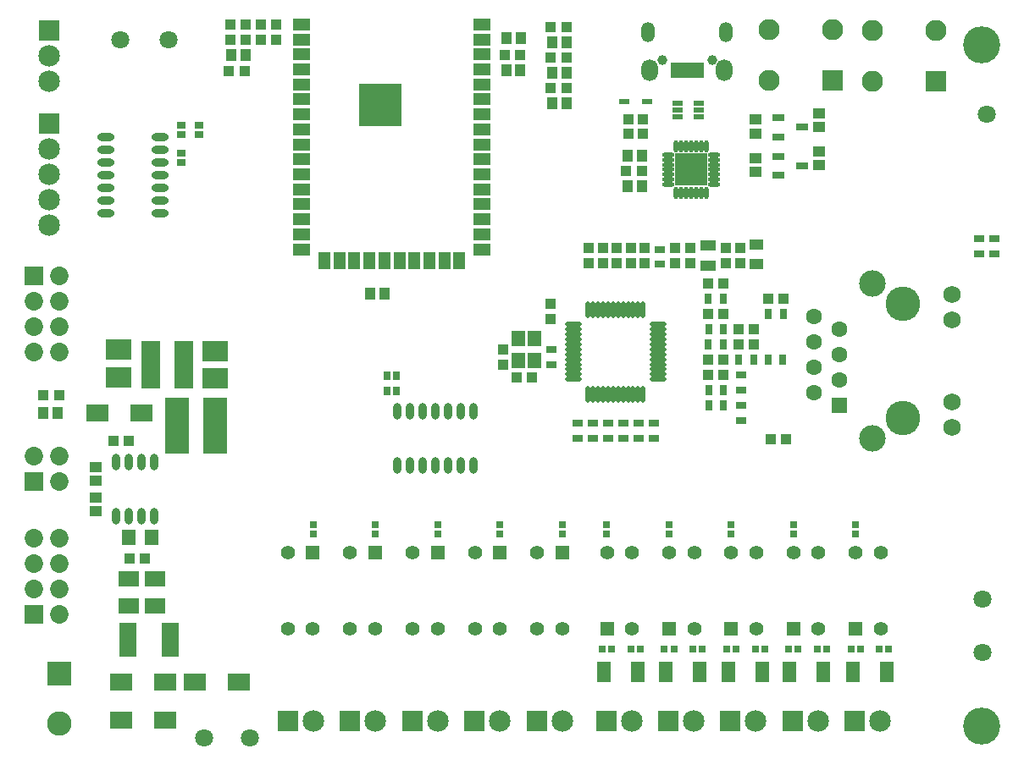
<source format=gts>
G04*
G04 #@! TF.GenerationSoftware,Altium Limited,Altium Designer,22.11.1 (43)*
G04*
G04 Layer_Color=8388736*
%FSLAX44Y44*%
%MOMM*%
G71*
G04*
G04 #@! TF.SameCoordinates,FD04806B-1D24-4FBA-9A3E-9282C7D3C049*
G04*
G04*
G04 #@! TF.FilePolarity,Negative*
G04*
G01*
G75*
%ADD56R,1.0032X1.0032*%
%ADD57O,1.7032X0.8032*%
%ADD58R,0.8432X0.8032*%
%ADD59R,1.1032X0.7532*%
%ADD60O,0.8032X1.6532*%
%ADD61R,0.8032X0.8432*%
%ADD62R,2.3032X1.7532*%
%ADD63C,1.8032*%
%ADD64R,1.4032X2.0532*%
%ADD65R,0.7532X0.7532*%
%ADD66O,0.4532X1.2532*%
%ADD67R,3.3332X3.3332*%
%ADD68O,1.2532X0.4532*%
%ADD69R,0.7532X1.1032*%
%ADD70R,0.7532X0.7532*%
%ADD71R,2.0032X1.5032*%
%ADD72R,2.5032X2.1532*%
%ADD73R,1.7532X3.4132*%
%ADD74R,1.5432X1.0032*%
%ADD75R,1.0032X1.1532*%
%ADD76R,4.2032X4.2032*%
%ADD77R,1.7032X1.2032*%
%ADD78R,1.2032X1.7032*%
%ADD79R,1.0032X1.0032*%
%ADD80R,0.6532X1.5032*%
%ADD81R,2.3532X5.7032*%
%ADD82R,1.9532X4.7032*%
%ADD83R,1.4532X1.0032*%
%ADD84O,1.6532X0.5032*%
%ADD85O,0.5032X1.6532*%
%ADD86R,1.0032X0.6032*%
%ADD87R,1.1532X1.0032*%
%ADD88R,1.2032X0.8032*%
%ADD89R,1.4732X1.6002*%
%ADD90R,1.3532X1.6032*%
%ADD91C,2.1532*%
%ADD92R,2.1532X2.1532*%
%ADD93C,1.4032*%
%ADD94R,1.4032X1.4032*%
%ADD95R,2.1532X2.1532*%
%ADD96C,3.7084*%
%ADD97R,2.1082X2.1082*%
%ADD98C,2.1082*%
%ADD99R,1.6012X1.6012*%
%ADD100C,1.6012*%
%ADD101C,1.7332*%
%ADD102C,3.4532*%
%ADD103C,2.6482*%
%ADD104R,2.4532X2.4532*%
%ADD105C,2.4532*%
%ADD106C,1.8532*%
%ADD107R,1.8532X1.8532*%
%ADD108O,1.6532X2.2032*%
%ADD109O,1.3532X2.0032*%
%ADD110C,1.0032*%
%ADD111C,0.7032*%
D56*
X884348Y1150086D02*
D03*
Y1165086D02*
D03*
X870378Y1150086D02*
D03*
Y1165086D02*
D03*
X872490Y1036200D02*
D03*
Y1021200D02*
D03*
X858520Y1036080D02*
D03*
Y1021080D02*
D03*
X830580Y1021200D02*
D03*
Y1036200D02*
D03*
X792480Y965320D02*
D03*
Y980320D02*
D03*
X518160Y1259720D02*
D03*
Y1244720D02*
D03*
X472440Y1259720D02*
D03*
Y1244720D02*
D03*
X487680Y1259720D02*
D03*
Y1244720D02*
D03*
X502920Y1259720D02*
D03*
Y1244720D02*
D03*
X886460Y1021200D02*
D03*
Y1036200D02*
D03*
X981710D02*
D03*
Y1021200D02*
D03*
X744443Y919480D02*
D03*
Y934480D02*
D03*
X967740Y1035960D02*
D03*
Y1020960D02*
D03*
X932180Y1036080D02*
D03*
Y1021080D02*
D03*
X916940Y1036080D02*
D03*
Y1021080D02*
D03*
X844550Y1036200D02*
D03*
Y1021200D02*
D03*
D57*
X401650Y1070610D02*
D03*
Y1083310D02*
D03*
Y1096010D02*
D03*
Y1108710D02*
D03*
Y1121410D02*
D03*
Y1134110D02*
D03*
Y1146810D02*
D03*
X347650Y1070610D02*
D03*
Y1083310D02*
D03*
Y1096010D02*
D03*
Y1108710D02*
D03*
Y1121410D02*
D03*
Y1134110D02*
D03*
Y1146810D02*
D03*
D58*
X440690Y1158950D02*
D03*
Y1149350D02*
D03*
X422910Y1158950D02*
D03*
Y1149350D02*
D03*
Y1131010D02*
D03*
Y1121410D02*
D03*
D59*
X895350Y845940D02*
D03*
Y860940D02*
D03*
X880110Y860940D02*
D03*
Y845940D02*
D03*
X849630Y860820D02*
D03*
Y845820D02*
D03*
X982980Y894200D02*
D03*
Y909200D02*
D03*
Y878720D02*
D03*
Y863720D02*
D03*
X864870Y845940D02*
D03*
Y860940D02*
D03*
X819150Y860940D02*
D03*
Y845940D02*
D03*
X834390Y845940D02*
D03*
Y860940D02*
D03*
X792703Y934600D02*
D03*
Y919600D02*
D03*
X901700Y1019810D02*
D03*
Y1034810D02*
D03*
X1235710Y1045090D02*
D03*
Y1030090D02*
D03*
X1220470D02*
D03*
Y1045090D02*
D03*
D60*
X638810Y818570D02*
D03*
X651510D02*
D03*
X664210D02*
D03*
X676910D02*
D03*
X689610D02*
D03*
X702310D02*
D03*
X715010D02*
D03*
X638810Y873070D02*
D03*
X651510D02*
D03*
X664210D02*
D03*
X676910D02*
D03*
X689610D02*
D03*
X702310D02*
D03*
X715010D02*
D03*
X357759Y767770D02*
D03*
X370459D02*
D03*
X383159D02*
D03*
X395859D02*
D03*
X357759Y822270D02*
D03*
X370459D02*
D03*
X383159D02*
D03*
X395859D02*
D03*
D61*
X638530Y908050D02*
D03*
X628930D02*
D03*
X638530Y892810D02*
D03*
X628930D02*
D03*
D62*
X436470Y601980D02*
D03*
X480470D02*
D03*
X406810Y564104D02*
D03*
X362810D02*
D03*
X339540Y871220D02*
D03*
X383540D02*
D03*
X406810Y601980D02*
D03*
X362810D02*
D03*
D63*
X491490Y546100D02*
D03*
X1224280Y684530D02*
D03*
X361950Y1244600D02*
D03*
X410210D02*
D03*
X445770Y546100D02*
D03*
X1224280Y631190D02*
D03*
X1228090Y1169670D02*
D03*
D64*
X1064500Y612140D02*
D03*
X1031000D02*
D03*
X1003540D02*
D03*
X970040D02*
D03*
X1128000D02*
D03*
X1094500D02*
D03*
X941310D02*
D03*
X907810D02*
D03*
X879080D02*
D03*
X845580D02*
D03*
D65*
X881990Y635000D02*
D03*
X872490D02*
D03*
X915570D02*
D03*
X906070D02*
D03*
X934620D02*
D03*
X944120D02*
D03*
X977700D02*
D03*
X968200D02*
D03*
X1006250D02*
D03*
X996750D02*
D03*
X1039800D02*
D03*
X1030300D02*
D03*
X1058880D02*
D03*
X1068380D02*
D03*
X1092460D02*
D03*
X1101960D02*
D03*
X1130510D02*
D03*
X1121010D02*
D03*
X843940D02*
D03*
X853440D02*
D03*
D66*
X937688Y1137526D02*
D03*
X947688D02*
D03*
X942688D02*
D03*
X932688D02*
D03*
X927688D02*
D03*
X922688D02*
D03*
X917688D02*
D03*
Y1091526D02*
D03*
X922688D02*
D03*
X927688D02*
D03*
X932688D02*
D03*
X937688D02*
D03*
X942688D02*
D03*
X947688D02*
D03*
D67*
X932688Y1114526D02*
D03*
D68*
X909688Y1129526D02*
D03*
Y1124526D02*
D03*
Y1119526D02*
D03*
Y1114526D02*
D03*
Y1109526D02*
D03*
Y1104526D02*
D03*
Y1099526D02*
D03*
X955688D02*
D03*
Y1104526D02*
D03*
Y1109526D02*
D03*
Y1114526D02*
D03*
Y1119526D02*
D03*
Y1124526D02*
D03*
Y1129526D02*
D03*
D69*
X1009650Y924560D02*
D03*
X1024650D02*
D03*
X995560D02*
D03*
X980560D02*
D03*
X1009770Y970280D02*
D03*
X1024770D02*
D03*
X950200Y955040D02*
D03*
X965200D02*
D03*
X950080Y939800D02*
D03*
X965080D02*
D03*
X950200Y894080D02*
D03*
X965200D02*
D03*
X950200Y878840D02*
D03*
X965200D02*
D03*
X965080Y985520D02*
D03*
X950080D02*
D03*
D70*
X617220Y759130D02*
D03*
Y749630D02*
D03*
X554990Y759130D02*
D03*
Y749630D02*
D03*
X679450Y759130D02*
D03*
Y749630D02*
D03*
X803910Y759130D02*
D03*
Y749630D02*
D03*
X741680Y759130D02*
D03*
Y749630D02*
D03*
X848360Y759130D02*
D03*
Y749630D02*
D03*
X910590Y759130D02*
D03*
Y749630D02*
D03*
X972820Y759130D02*
D03*
Y749630D02*
D03*
X1035050Y759130D02*
D03*
Y749630D02*
D03*
X1097280Y759130D02*
D03*
Y749630D02*
D03*
D71*
X370540Y678180D02*
D03*
X396540D02*
D03*
Y704850D02*
D03*
X370540D02*
D03*
D72*
X457200Y905730D02*
D03*
Y933230D02*
D03*
X360680Y907000D02*
D03*
Y934500D02*
D03*
D73*
X412160Y643890D02*
D03*
X370160D02*
D03*
D74*
X949960Y1038960D02*
D03*
Y1018360D02*
D03*
D75*
X612110Y990600D02*
D03*
X626110D02*
D03*
X762650Y1245870D02*
D03*
X748650D02*
D03*
X473060Y1229360D02*
D03*
X487060D02*
D03*
X762030Y1214120D02*
D03*
X748030D02*
D03*
X869728Y1128496D02*
D03*
X883728D02*
D03*
X869728Y1098016D02*
D03*
X883728D02*
D03*
X794370Y1242060D02*
D03*
X808370D02*
D03*
X794370Y1211580D02*
D03*
X808370D02*
D03*
X794370Y1181100D02*
D03*
X808370D02*
D03*
X285100Y871220D02*
D03*
X299100D02*
D03*
D76*
X621730Y1179230D02*
D03*
D77*
X723730Y1259840D02*
D03*
X543730Y1259840D02*
D03*
Y1244840D02*
D03*
Y1229840D02*
D03*
Y1214840D02*
D03*
Y1199840D02*
D03*
Y1184840D02*
D03*
Y1169840D02*
D03*
Y1154840D02*
D03*
Y1139840D02*
D03*
Y1124840D02*
D03*
Y1109840D02*
D03*
Y1094840D02*
D03*
Y1079840D02*
D03*
Y1064840D02*
D03*
Y1049840D02*
D03*
Y1034840D02*
D03*
X723730Y1244840D02*
D03*
Y1229840D02*
D03*
Y1214840D02*
D03*
Y1199840D02*
D03*
Y1184840D02*
D03*
Y1169840D02*
D03*
Y1154840D02*
D03*
Y1139840D02*
D03*
Y1124840D02*
D03*
Y1109840D02*
D03*
Y1094840D02*
D03*
Y1079840D02*
D03*
Y1064840D02*
D03*
Y1049840D02*
D03*
Y1034840D02*
D03*
D78*
X566230Y1023620D02*
D03*
X581230D02*
D03*
X596230D02*
D03*
X611230D02*
D03*
X701230D02*
D03*
X686230D02*
D03*
X671230D02*
D03*
X656230D02*
D03*
X641230D02*
D03*
X626230D02*
D03*
D79*
X1009890Y985520D02*
D03*
X1024890D02*
D03*
X995560Y939800D02*
D03*
X980560D02*
D03*
X965080Y1000760D02*
D03*
X950080D02*
D03*
X965080Y909320D02*
D03*
X950080D02*
D03*
X1012310Y844550D02*
D03*
X1027310D02*
D03*
X470790Y1212850D02*
D03*
X486790D02*
D03*
X761880Y1229360D02*
D03*
X746880D02*
D03*
X965080Y924560D02*
D03*
X950080D02*
D03*
X965080Y970280D02*
D03*
X950080D02*
D03*
X995560Y955040D02*
D03*
X980560D02*
D03*
X758532Y906780D02*
D03*
X773532D02*
D03*
X883712Y1113256D02*
D03*
X867712D02*
D03*
X808530Y1257449D02*
D03*
X792530D02*
D03*
X808100Y1226820D02*
D03*
X792100D02*
D03*
X808100Y1196340D02*
D03*
X792100D02*
D03*
X370339Y843280D02*
D03*
X355339D02*
D03*
X386425Y725642D02*
D03*
X371425D02*
D03*
X284990Y889000D02*
D03*
X300990D02*
D03*
D80*
X915798Y1213796D02*
D03*
X922298D02*
D03*
X928798D02*
D03*
X935298D02*
D03*
X941798D02*
D03*
D81*
X418700Y858520D02*
D03*
X457200D02*
D03*
D82*
X392950Y919480D02*
D03*
X425450D02*
D03*
D83*
X998220Y1039970D02*
D03*
Y1019970D02*
D03*
D84*
X899500Y904680D02*
D03*
Y909680D02*
D03*
Y914680D02*
D03*
Y919680D02*
D03*
Y924680D02*
D03*
Y929680D02*
D03*
Y934680D02*
D03*
Y939680D02*
D03*
Y944680D02*
D03*
Y949680D02*
D03*
Y954680D02*
D03*
Y959680D02*
D03*
X815000D02*
D03*
Y954680D02*
D03*
Y949680D02*
D03*
Y944680D02*
D03*
Y939680D02*
D03*
Y934680D02*
D03*
Y929680D02*
D03*
Y924680D02*
D03*
Y919680D02*
D03*
Y914680D02*
D03*
Y909680D02*
D03*
Y904680D02*
D03*
D85*
X884750Y974430D02*
D03*
X879750D02*
D03*
X874750D02*
D03*
X869750D02*
D03*
X864750D02*
D03*
X859750D02*
D03*
X854750D02*
D03*
X849750D02*
D03*
X844750D02*
D03*
X839750D02*
D03*
X834750D02*
D03*
X829750D02*
D03*
Y889930D02*
D03*
X834750D02*
D03*
X839750D02*
D03*
X844750D02*
D03*
X849750D02*
D03*
X854750D02*
D03*
X859750D02*
D03*
X864750D02*
D03*
X869750D02*
D03*
X874750D02*
D03*
X879750D02*
D03*
X884750D02*
D03*
D86*
X889070Y1182370D02*
D03*
X866070D02*
D03*
X940818Y1180716D02*
D03*
Y1174216D02*
D03*
Y1167716D02*
D03*
X919318D02*
D03*
Y1180716D02*
D03*
Y1174216D02*
D03*
D87*
X1060878Y1157056D02*
D03*
Y1171056D02*
D03*
Y1118956D02*
D03*
Y1132956D02*
D03*
X997378Y1150706D02*
D03*
Y1164706D02*
D03*
Y1111986D02*
D03*
Y1125986D02*
D03*
X337820Y772780D02*
D03*
Y786780D02*
D03*
Y803260D02*
D03*
Y817260D02*
D03*
D88*
X1043904Y1156946D02*
D03*
X1019904Y1147446D02*
D03*
Y1166446D02*
D03*
X1043668Y1118336D02*
D03*
X1019668Y1108836D02*
D03*
Y1127836D02*
D03*
D89*
X393319Y746760D02*
D03*
X370459D02*
D03*
D90*
X760282Y923407D02*
D03*
X776282Y945407D02*
D03*
Y923407D02*
D03*
X760282Y945407D02*
D03*
D91*
X290830Y1202690D02*
D03*
Y1228090D02*
D03*
Y1059180D02*
D03*
Y1084580D02*
D03*
Y1135380D02*
D03*
Y1109980D02*
D03*
X803910Y562610D02*
D03*
X741680D02*
D03*
X679450D02*
D03*
X617220D02*
D03*
X554990D02*
D03*
X1059498D02*
D03*
X997585D02*
D03*
X1121410D02*
D03*
X935673D02*
D03*
X873760D02*
D03*
D92*
X290830Y1253490D02*
D03*
Y1160780D02*
D03*
D93*
X591920Y655320D02*
D03*
X616920D02*
D03*
X591920Y731520D02*
D03*
X529590D02*
D03*
X554590Y655320D02*
D03*
X529590D02*
D03*
X1122280D02*
D03*
X1097280Y731520D02*
D03*
X1122280D02*
D03*
X1060150Y655320D02*
D03*
X1035150Y731520D02*
D03*
X1060150D02*
D03*
X998020Y655320D02*
D03*
X973020Y731520D02*
D03*
X998020D02*
D03*
X935890Y655320D02*
D03*
X910890Y731520D02*
D03*
X935890D02*
D03*
X873760Y655320D02*
D03*
X848760Y731520D02*
D03*
X873760D02*
D03*
X778910D02*
D03*
X803910Y655320D02*
D03*
X778910D02*
D03*
X716580Y731520D02*
D03*
X741580Y655320D02*
D03*
X716580D02*
D03*
X654250Y731520D02*
D03*
X679250Y655320D02*
D03*
X654250D02*
D03*
D94*
X616920Y731520D02*
D03*
X554590D02*
D03*
X1097280Y655320D02*
D03*
X1035150D02*
D03*
X973020D02*
D03*
X910890D02*
D03*
X848760D02*
D03*
X803910Y731520D02*
D03*
X741580D02*
D03*
X679250D02*
D03*
D95*
X778510Y562610D02*
D03*
X716280D02*
D03*
X654050D02*
D03*
X591820D02*
D03*
X529590D02*
D03*
X1034098D02*
D03*
X972185D02*
D03*
X1096010D02*
D03*
X910273D02*
D03*
X848360D02*
D03*
D96*
X1223010Y1239520D02*
D03*
Y557530D02*
D03*
D97*
X1177290Y1202690D02*
D03*
X1074420Y1203960D02*
D03*
D98*
X1113790Y1253490D02*
D03*
Y1202690D02*
D03*
X1177290Y1253490D02*
D03*
X1010920Y1254760D02*
D03*
Y1203960D02*
D03*
X1074420Y1254760D02*
D03*
D99*
X1080790Y878770D02*
D03*
D100*
X1055390Y891470D02*
D03*
X1080790Y904170D02*
D03*
X1055390Y916870D02*
D03*
X1080790Y929570D02*
D03*
X1055390Y942270D02*
D03*
X1080790Y954970D02*
D03*
X1055390Y967670D02*
D03*
D101*
X1193290Y857020D02*
D03*
Y882420D02*
D03*
Y989520D02*
D03*
Y964120D02*
D03*
D102*
X1144290Y980420D02*
D03*
Y866120D02*
D03*
D103*
X1113790Y1000720D02*
D03*
Y845820D02*
D03*
D104*
X300990Y610470D02*
D03*
D105*
Y560470D02*
D03*
D106*
X300990Y828040D02*
D03*
X275590D02*
D03*
X300990Y802640D02*
D03*
Y694690D02*
D03*
X275590D02*
D03*
X300990Y669290D02*
D03*
X275590Y720090D02*
D03*
Y745490D02*
D03*
X300990Y720090D02*
D03*
Y745490D02*
D03*
Y932180D02*
D03*
Y957580D02*
D03*
X275590Y932180D02*
D03*
Y957580D02*
D03*
X300990Y1008380D02*
D03*
X275590Y982980D02*
D03*
X300990D02*
D03*
D107*
X275590Y802640D02*
D03*
Y669290D02*
D03*
Y1008380D02*
D03*
D108*
X966048Y1213796D02*
D03*
X891548D02*
D03*
D109*
X967548Y1251796D02*
D03*
X890048D02*
D03*
D110*
X903798Y1224296D02*
D03*
X953798D02*
D03*
D111*
X932688Y1114526D02*
D03*
Y1125526D02*
D03*
Y1103526D02*
D03*
X921688Y1114526D02*
D03*
Y1125526D02*
D03*
X943688Y1114526D02*
D03*
Y1125526D02*
D03*
X921688Y1103526D02*
D03*
X943688D02*
D03*
M02*

</source>
